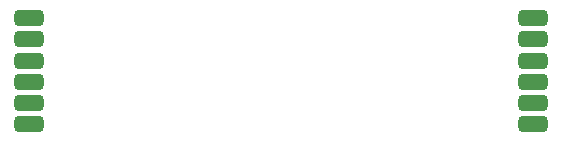
<source format=gbs>
G04*
G04 #@! TF.GenerationSoftware,Altium Limited,Altium Designer,22.4.2 (48)*
G04*
G04 Layer_Color=16711935*
%FSLAX25Y25*%
%MOIN*%
G70*
G04*
G04 #@! TF.SameCoordinates,3B532130-91F3-4BA7-A02C-12DA98C8FE5B*
G04*
G04*
G04 #@! TF.FilePolarity,Negative*
G04*
G01*
G75*
G04:AMPARAMS|DCode=10|XSize=98.55mil|YSize=55.24mil|CornerRadius=15.81mil|HoleSize=0mil|Usage=FLASHONLY|Rotation=0.000|XOffset=0mil|YOffset=0mil|HoleType=Round|Shape=RoundedRectangle|*
%AMROUNDEDRECTD10*
21,1,0.09855,0.02362,0,0,0.0*
21,1,0.06693,0.05524,0,0,0.0*
1,1,0.03162,0.03347,-0.01181*
1,1,0.03162,-0.03347,-0.01181*
1,1,0.03162,-0.03347,0.01181*
1,1,0.03162,0.03347,0.01181*
%
%ADD10ROUNDEDRECTD10*%
%ADD11C,0.02800*%
D10*
X172638Y25197D02*
D03*
Y39370D02*
D03*
Y32283D02*
D03*
Y11024D02*
D03*
Y3937D02*
D03*
Y18110D02*
D03*
X4528D02*
D03*
Y3937D02*
D03*
Y11024D02*
D03*
Y32283D02*
D03*
Y39370D02*
D03*
Y25197D02*
D03*
D11*
X175197Y39370D02*
D03*
X170079D02*
D03*
X175197Y32283D02*
D03*
X170079D02*
D03*
X175197Y25197D02*
D03*
X170079D02*
D03*
X175197Y18110D02*
D03*
X170079D02*
D03*
X175197Y11024D02*
D03*
X170079D02*
D03*
X175197Y3937D02*
D03*
X170079D02*
D03*
X7087D02*
D03*
X1969D02*
D03*
X7087Y11024D02*
D03*
X1969D02*
D03*
X7087Y18110D02*
D03*
X1969D02*
D03*
X7087Y25197D02*
D03*
X1969D02*
D03*
X7087Y32283D02*
D03*
X1969D02*
D03*
Y39370D02*
D03*
X7087D02*
D03*
M02*

</source>
